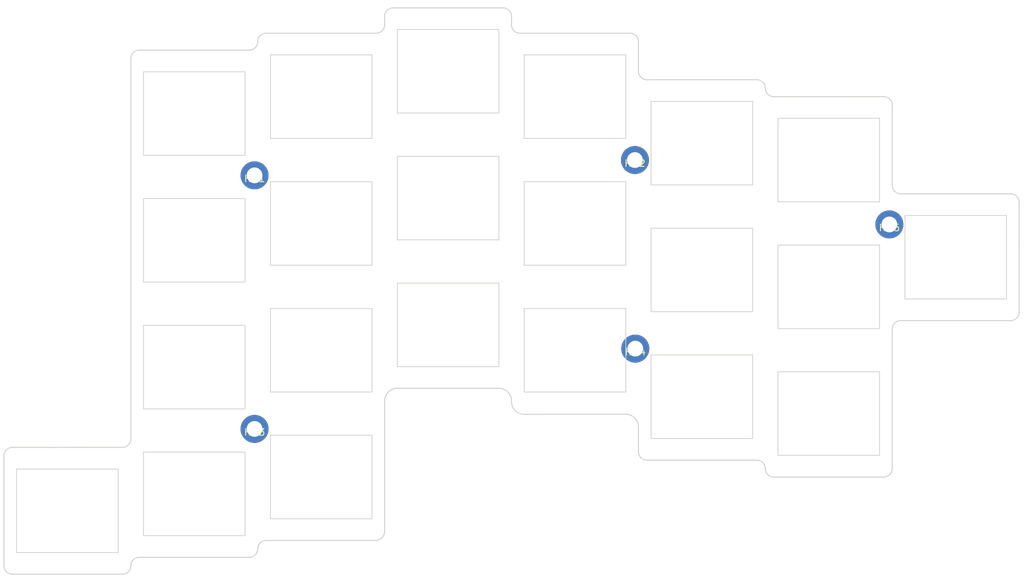
<source format=kicad_pcb>
(kicad_pcb (version 20211014) (generator pcbnew)
  (layers (0 "F.Cu" signal) (31 "B.Cu" signal) (34 "B.Paste" user) (35 "F.Paste" user) (36 "B.SilkS" user "B.Silkscreen") (37 "F.SilkS" user "F.Silkscreen") (38 "B.Mask" user) (39 "F.Mask" user) (44 "Edge.Cuts" user))
  (net 0 "")
  (net 1 "GND")
  (footprint "kbd:SW_Hole_ALPS_Plastic" (layer "F.Cu") (at 88.9 86.36)
    (fp_text reference "SW13" hide)
    (fp_text value "SW_PUSH" hide)
    (fp_line (start 7.625 -6.275) (end -7.625 -6.275) (layer "Edge.Cuts") (width 0.12))
    (fp_line (start 7.625 6.275) (end 7.625 -6.275) (layer "Edge.Cuts") (width 0.12))
    (fp_line (start -7.625 6.275) (end 7.625 6.275) (layer "Edge.Cuts") (width 0.12))
    (fp_line (start -7.625 -6.275) (end -7.625 6.275) (layer "Edge.Cuts") (width 0.12))
  )
  (footprint "kbd:SW_Hole_ALPS_Plastic" (layer "F.Cu") (at 165.1 76.2)
    (fp_text reference "SW22" hide)
    (fp_text value "SW_PUSH" hide)
    (fp_line (start -7.625 -6.275) (end -7.625 6.275) (layer "Edge.Cuts") (width 0.12))
    (fp_line (start 7.625 6.275) (end 7.625 -6.275) (layer "Edge.Cuts") (width 0.12))
    (fp_line (start -7.625 6.275) (end 7.625 6.275) (layer "Edge.Cuts") (width 0.12))
    (fp_line (start 7.625 -6.275) (end -7.625 -6.275) (layer "Edge.Cuts") (width 0.12))
  )
  (footprint "kbd:SW_Hole_ALPS_Plastic" (layer "F.Cu") (at 146.05 99.695)
    (fp_text reference "SW21" hide)
    (fp_text value "SW_PUSH" hide)
    (fp_line (start 7.625 -6.275) (end -7.625 -6.275) (layer "Edge.Cuts") (width 0.12))
    (fp_line (start -7.625 6.275) (end 7.625 6.275) (layer "Edge.Cuts") (width 0.12))
    (fp_line (start -7.625 -6.275) (end -7.625 6.275) (layer "Edge.Cuts") (width 0.12))
    (fp_line (start 7.625 6.275) (end 7.625 -6.275) (layer "Edge.Cuts") (width 0.12))
  )
  (footprint "kbd:SW_Hole_ALPS_Plastic" (layer "F.Cu") (at 146.05 80.645)
    (fp_text reference "SW20" hide)
    (fp_text value "SW_PUSH" hide)
    (fp_line (start -7.625 -6.275) (end -7.625 6.275) (layer "Edge.Cuts") (width 0.12))
    (fp_line (start -7.625 6.275) (end 7.625 6.275) (layer "Edge.Cuts") (width 0.12))
    (fp_line (start 7.625 -6.275) (end -7.625 -6.275) (layer "Edge.Cuts") (width 0.12))
    (fp_line (start 7.625 6.275) (end 7.625 -6.275) (layer "Edge.Cuts") (width 0.12))
  )
  (footprint "kbd:SW_Hole_ALPS_Plastic" (layer "F.Cu") (at 146.05 61.595)
    (fp_text reference "SW19" hide)
    (fp_text value "SW_PUSH" hide)
    (fp_line (start 7.625 -6.275) (end -7.625 -6.275) (layer "Edge.Cuts") (width 0.12))
    (fp_line (start -7.625 -6.275) (end -7.625 6.275) (layer "Edge.Cuts") (width 0.12))
    (fp_line (start -7.625 6.275) (end 7.625 6.275) (layer "Edge.Cuts") (width 0.12))
    (fp_line (start 7.625 6.275) (end 7.625 -6.275) (layer "Edge.Cuts") (width 0.12))
  )
  (footprint "kbd:SW_Hole_ALPS_Plastic" (layer "F.Cu") (at 31.75 114.295 180)
    (fp_text reference "SW18" hide)
    (fp_text value "SW_PUSH" hide)
    (fp_line (start 7.625 6.275) (end 7.625 -6.275) (layer "Edge.Cuts") (width 0.12))
    (fp_line (start -7.625 -6.275) (end -7.625 6.275) (layer "Edge.Cuts") (width 0.12))
    (fp_line (start -7.625 6.275) (end 7.625 6.275) (layer "Edge.Cuts") (width 0.12))
    (fp_line (start 7.625 -6.275) (end -7.625 -6.275) (layer "Edge.Cuts") (width 0.12))
  )
  (footprint "kbd:SW_Hole_ALPS_Plastic" (layer "F.Cu") (at 69.85 109.22 180)
    (fp_text reference "SW17" hide)
    (fp_text value "SW_PUSH" hide)
    (fp_line (start -7.625 -6.275) (end -7.625 6.275) (layer "Edge.Cuts") (width 0.12))
    (fp_line (start -7.625 6.275) (end 7.625 6.275) (layer "Edge.Cuts") (width 0.12))
    (fp_line (start 7.625 6.275) (end 7.625 -6.275) (layer "Edge.Cuts") (width 0.12))
    (fp_line (start 7.625 -6.275) (end -7.625 -6.275) (layer "Edge.Cuts") (width 0.12))
  )
  (footprint "kbd:SW_Hole_ALPS_Plastic" (layer "F.Cu") (at 50.8 111.76 180)
    (fp_text reference "SW16" hide)
    (fp_text value "SW_PUSH" hide)
    (fp_line (start -7.625 6.275) (end 7.625 6.275) (layer "Edge.Cuts") (width 0.12))
    (fp_line (start 7.625 -6.275) (end -7.625 -6.275) (layer "Edge.Cuts") (width 0.12))
    (fp_line (start -7.625 -6.275) (end -7.625 6.275) (layer "Edge.Cuts") (width 0.12))
    (fp_line (start 7.625 6.275) (end 7.625 -6.275) (layer "Edge.Cuts") (width 0.12))
  )
  (footprint "kbd:SW_Hole_ALPS_Plastic" (layer "F.Cu") (at 127 97.155)
    (fp_text reference "SW15" hide)
    (fp_text value "SW_PUSH" hide)
    (fp_line (start 7.625 -6.275) (end -7.625 -6.275) (layer "Edge.Cuts") (width 0.12))
    (fp_line (start -7.625 -6.275) (end -7.625 6.275) (layer "Edge.Cuts") (width 0.12))
    (fp_line (start 7.625 6.275) (end 7.625 -6.275) (layer "Edge.Cuts") (width 0.12))
    (fp_line (start -7.625 6.275) (end 7.625 6.275) (layer "Edge.Cuts") (width 0.12))
  )
  (footprint "kbd:SW_Hole_ALPS_Plastic" (layer "F.Cu") (at 107.95 90.17)
    (fp_text reference "SW14" hide)
    (fp_text value "SW_PUSH" hide)
    (fp_line (start -7.625 -6.275) (end -7.625 6.275) (layer "Edge.Cuts") (width 0.12))
    (fp_line (start 7.625 6.275) (end 7.625 -6.275) (layer "Edge.Cuts") (width 0.12))
    (fp_line (start -7.625 6.275) (end 7.625 6.275) (layer "Edge.Cuts") (width 0.12))
    (fp_line (start 7.625 -6.275) (end -7.625 -6.275) (layer "Edge.Cuts") (width 0.12))
  )
  (footprint "kbd:SW_Hole_ALPS_Plastic" (layer "F.Cu") (at 50.8 54.61)
    (fp_text reference "SW1" hide)
    (fp_text value "SW_PUSH" hide)
    (fp_line (start -7.625 -6.275) (end -7.625 6.275) (layer "Edge.Cuts") (width 0.12))
    (fp_line (start -7.625 6.275) (end 7.625 6.275) (layer "Edge.Cuts") (width 0.12))
    (fp_line (start 7.625 6.275) (end 7.625 -6.275) (layer "Edge.Cuts") (width 0.12))
    (fp_line (start 7.625 -6.275) (end -7.625 -6.275) (layer "Edge.Cuts") (width 0.12))
  )
  (footprint "kbd:SW_Hole_ALPS_Plastic" (layer "F.Cu") (at 69.85 90.17)
    (fp_text reference "SW12" hide)
    (fp_text value "SW_PUSH" hide)
    (fp_line (start 7.625 6.275) (end 7.625 -6.275) (layer "Edge.Cuts") (width 0.12))
    (fp_line (start -7.625 -6.275) (end -7.625 6.275) (layer "Edge.Cuts") (width 0.12))
    (fp_line (start -7.625 6.275) (end 7.625 6.275) (layer "Edge.Cuts") (width 0.12))
    (fp_line (start 7.625 -6.275) (end -7.625 -6.275) (layer "Edge.Cuts") (width 0.12))
  )
  (footprint "kbd:SW_Hole_ALPS_Plastic" (layer "F.Cu") (at 50.8 92.71 180)
    (fp_text reference "SW11" hide)
    (fp_text value "SW_PUSH" hide)
    (fp_line (start 7.625 -6.275) (end -7.625 -6.275) (layer "Edge.Cuts") (width 0.12))
    (fp_line (start -7.625 6.275) (end 7.625 6.275) (layer "Edge.Cuts") (width 0.12))
    (fp_line (start 7.625 6.275) (end 7.625 -6.275) (layer "Edge.Cuts") (width 0.12))
    (fp_line (start -7.625 -6.275) (end -7.625 6.275) (layer "Edge.Cuts") (width 0.12))
  )
  (footprint "kbd:SW_Hole_ALPS_Plastic" (layer "F.Cu") (at 127 78.105)
    (fp_text reference "SW10" hide)
    (fp_text value "SW_PUSH" hide)
    (fp_line (start -7.625 6.275) (end 7.625 6.275) (layer "Edge.Cuts") (width 0.12))
    (fp_line (start 7.625 6.275) (end 7.625 -6.275) (layer "Edge.Cuts") (width 0.12))
    (fp_line (start -7.625 -6.275) (end -7.625 6.275) (layer "Edge.Cuts") (width 0.12))
    (fp_line (start 7.625 -6.275) (end -7.625 -6.275) (layer "Edge.Cuts") (width 0.12))
  )
  (footprint "kbd:SW_Hole_ALPS_Plastic" (layer "F.Cu") (at 107.95 71.12)
    (fp_text reference "SW9" hide)
    (fp_text value "SW_PUSH" hide)
    (fp_line (start -7.625 6.275) (end 7.625 6.275) (layer "Edge.Cuts") (width 0.12))
    (fp_line (start 7.625 6.275) (end 7.625 -6.275) (layer "Edge.Cuts") (width 0.12))
    (fp_line (start 7.625 -6.275) (end -7.625 -6.275) (layer "Edge.Cuts") (width 0.12))
    (fp_line (start -7.625 -6.275) (end -7.625 6.275) (layer "Edge.Cuts") (width 0.12))
  )
  (footprint "kbd:SW_Hole_ALPS_Plastic" (layer "F.Cu") (at 88.9 67.31)
    (fp_text reference "SW8" hide)
    (fp_text value "SW_PUSH" hide)
    (fp_line (start 7.625 6.275) (end 7.625 -6.275) (layer "Edge.Cuts") (width 0.12))
    (fp_line (start -7.625 -6.275) (end -7.625 6.275) (layer "Edge.Cuts") (width 0.12))
    (fp_line (start 7.625 -6.275) (end -7.625 -6.275) (layer "Edge.Cuts") (width 0.12))
    (fp_line (start -7.625 6.275) (end 7.625 6.275) (layer "Edge.Cuts") (width 0.12))
  )
  (footprint "kbd:SW_Hole_ALPS_Plastic" (layer "F.Cu") (at 69.85 71.12)
    (fp_text reference "SW7" hide)
    (fp_text value "SW_PUSH" hide)
    (fp_line (start -7.625 -6.275) (end -7.625 6.275) (layer "Edge.Cuts") (width 0.12))
    (fp_line (start -7.625 6.275) (end 7.625 6.275) (layer "Edge.Cuts") (width 0.12))
    (fp_line (start 7.625 -6.275) (end -7.625 -6.275) (layer "Edge.Cuts") (width 0.12))
    (fp_line (start 7.625 6.275) (end 7.625 -6.275) (layer "Edge.Cuts") (width 0.12))
  )
  (footprint "kbd:SW_Hole_ALPS_Plastic" (layer "F.Cu") (at 50.8 73.66)
    (fp_text reference "SW6" hide)
    (fp_text value "SW_PUSH" hide)
    (fp_line (start 7.625 -6.275) (end -7.625 -6.275) (layer "Edge.Cuts") (width 0.12))
    (fp_line (start -7.625 -6.275) (end -7.625 6.275) (layer "Edge.Cuts") (width 0.12))
    (fp_line (start -7.625 6.275) (end 7.625 6.275) (layer "Edge.Cuts") (width 0.12))
    (fp_line (start 7.625 6.275) (end 7.625 -6.275) (layer "Edge.Cuts") (width 0.12))
  )
  (footprint "kbd:SW_Hole_ALPS_Plastic" (layer "F.Cu") (at 127 59.055)
    (fp_text reference "SW5" hide)
    (fp_text value "SW_PUSH" hide)
    (fp_line (start 7.625 -6.275) (end -7.625 -6.275) (layer "Edge.Cuts") (width 0.12))
    (fp_line (start -7.625 -6.275) (end -7.625 6.275) (layer "Edge.Cuts") (width 0.12))
    (fp_line (start 7.625 6.275) (end 7.625 -6.275) (layer "Edge.Cuts") (width 0.12))
    (fp_line (start -7.625 6.275) (end 7.625 6.275) (layer "Edge.Cuts") (width 0.12))
  )
  (footprint "kbd:SW_Hole_ALPS_Plastic" (layer "F.Cu") (at 107.95 52.07)
    (fp_text reference "SW4" hide)
    (fp_text value "SW_PUSH" hide)
    (fp_line (start 7.625 -6.275) (end -7.625 -6.275) (layer "Edge.Cuts") (width 0.12))
    (fp_line (start 7.625 6.275) (end 7.625 -6.275) (layer "Edge.Cuts") (width 0.12))
    (fp_line (start -7.625 6.275) (end 7.625 6.275) (layer "Edge.Cuts") (width 0.12))
    (fp_line (start -7.625 -6.275) (end -7.625 6.275) (layer "Edge.Cuts") (width 0.12))
  )
  (footprint "kbd:SW_Hole_ALPS_Plastic" (layer "F.Cu") (at 88.9 48.26)
    (fp_text reference "SW3" hide)
    (fp_text value "SW_PUSH" hide)
    (fp_line (start 7.625 6.275) (end 7.625 -6.275) (layer "Edge.Cuts") (width 0.12))
    (fp_line (start 7.625 -6.275) (end -7.625 -6.275) (layer "Edge.Cuts") (width 0.12))
    (fp_line (start -7.625 -6.275) (end -7.625 6.275) (layer "Edge.Cuts") (width 0.12))
    (fp_line (start -7.625 6.275) (end 7.625 6.275) (layer "Edge.Cuts") (width 0.12))
  )
  (footprint "kbd:SW_Hole_ALPS_Plastic" (layer "F.Cu") (at 69.85 52.07)
    (fp_text reference "SW2" hide)
    (fp_text value "SW_PUSH" hide)
    (fp_line (start -7.625 6.275) (end 7.625 6.275) (layer "Edge.Cuts") (width 0.12))
    (fp_line (start 7.625 -6.275) (end -7.625 -6.275) (layer "Edge.Cuts") (width 0.12))
    (fp_line (start 7.625 6.275) (end 7.625 -6.275) (layer "Edge.Cuts") (width 0.12))
    (fp_line (start -7.625 -6.275) (end -7.625 6.275) (layer "Edge.Cuts") (width 0.12))
  )
  (footprint "kbd:M2_Hole_TH_mod" (layer "F.Cu") (at 59.85 101.995)
    (fp_text reference "HM3" (at 0 0.5) (layer "F.SilkS"))
    (fp_text value "CaseHole")
    (fp_circle (center 0 0) (end 1.15 0) (layer "Edge.Cuts") (width 0.1) (fill none))
    (pad "" thru_hole circle (at 0 0) (size 4.2 4.2) (drill 2.3) (layers *.Cu *.Mask))
  )
  (footprint "kbd:M2_Hole_TH_mod" (layer "F.Cu") (at 155.145948 71.270959)
    (fp_text reference "HM5" (at 0 0.5) (layer "F.SilkS"))
    (fp_text value "CaseHole")
    (fp_circle (center 0 0) (end 1.15 0) (layer "Edge.Cuts") (width 0.1) (fill none))
    (pad "" thru_hole circle (at 0 0) (size 4.2 4.2) (drill 2.3) (layers *.Cu *.Mask))
  )
  (footprint "kbd:M2_Hole_TH_mod" (layer "F.Cu") (at 116.95 61.595)
    (fp_text reference "HM2" (at 0 0.5) (layer "F.SilkS"))
    (fp_text value "CaseHole")
    (fp_circle (center 0 0) (end 1.15 0) (layer "Edge.Cuts") (width 0.1) (fill none))
    (pad "" thru_hole circle (at 0 0) (size 4.2 4.2) (drill 2.3) (layers *.Cu *.Mask))
  )
  (footprint "kbd:M2_Hole_TH_mod" (layer "F.Cu") (at 117 89.93)
    (fp_text reference "HM4" (at 0 0.5) (layer "F.SilkS"))
    (fp_text value "CaseHole")
    (fp_circle (center 0 0) (end 1.15 0) (layer "Edge.Cuts") (width 0.1) (fill none))
    (pad "" thru_hole circle (at 0 0) (size 4.2 4.2) (drill 2.3) (layers *.Cu *.Mask))
  )
  (footprint "kbd:M2_Hole_TH_mod" (layer "F.Cu") (at 59.85 63.895)
    (fp_text reference "HM1" (at 0 0.5) (layer "F.SilkS"))
    (fp_text value "CaseHole")
    (fp_circle (center 0 0) (end 1.15 0) (layer "Edge.Cuts") (width 0.1) (fill none))
    (pad "" thru_hole circle (at 0 0) (size 4.2 4.2) (drill 2.3) (layers *.Cu *.Mask))
  )
  (gr_arc (start 97.155 38.735) (mid 98.053026 39.106974) (end 98.425 40.005) (layer "Edge.Cuts") (width 0.15))
  (gr_arc (start 99.695 42.545) (mid 98.796974 42.173026) (end 98.425 41.275) (layer "Edge.Cuts") (width 0.15))
  (gr_arc (start 116.205 42.545) (mid 117.103026 42.916974) (end 117.475 43.815) (layer "Edge.Cuts") (width 0.15))
  (gr_arc (start 118.745 49.53) (mid 117.846974 49.158026) (end 117.475 48.26) (layer "Edge.Cuts") (width 0.15))
  (gr_arc (start 118.745 106.68) (mid 117.846974 106.308026) (end 117.475 105.41) (layer "Edge.Cuts") (width 0.15))
  (gr_arc (start 174.625 84.455) (mid 174.253026 85.353026) (end 173.355 85.725) (layer "Edge.Cuts") (width 0.15))
  (gr_arc (start 173.355 66.675) (mid 174.253026 67.046974) (end 174.625 67.945) (layer "Edge.Cuts") (width 0.15))
  (gr_arc (start 79.375 117.365) (mid 79.0378 118.27477) (end 78.189113 118.745) (layer "Edge.Cuts") (width 0.15))
  (gr_arc (start 154.305 52.07) (mid 155.203026 52.441974) (end 155.575 53.34) (layer "Edge.Cuts") (width 0.15))
  (gr_arc (start 41.275 122.55) (mid 40.903026 123.448026) (end 40.005 123.82) (layer "Edge.Cuts") (width 0.15))
  (gr_arc (start 155.575 107.95) (mid 155.203026 108.848026) (end 154.305 109.22) (layer "Edge.Cuts") (width 0.15))
  (gr_arc (start 137.795 109.22) (mid 136.896974 108.848026) (end 136.525 107.95) (layer "Edge.Cuts") (width 0.15))
  (gr_arc (start 60.325 120.015) (mid 59.953026 120.913026) (end 59.055 121.285) (layer "Edge.Cuts") (width 0.15))
  (gr_arc (start 60.325 120.015) (mid 60.696974 119.116974) (end 61.595 118.745) (layer "Edge.Cuts") (width 0.15))
  (gr_arc (start 79.375 40.005) (mid 79.746974 39.106974) (end 80.645 38.735) (layer "Edge.Cuts") (width 0.15))
  (gr_arc (start 22.225 106.04) (mid 22.596974 105.141974) (end 23.495 104.77) (layer "Edge.Cuts") (width 0.15))
  (gr_arc (start 100.332038 99.797962) (mid 98.985 99.24) (end 98.427038 97.892962) (layer "Edge.Cuts") (width 0.15))
  (gr_arc (start 79.375 41.275) (mid 79.003026 42.173026) (end 78.105 42.545) (layer "Edge.Cuts") (width 0.15))
  (gr_line (start 120.015 106.68) (end 118.745 106.68) (layer "Edge.Cuts") (width 0.15))
  (gr_line (start 96.522038 95.885) (end 81.28 95.885) (layer "Edge.Cuts") (width 0.15))
  (gr_line (start 78.189113 118.745) (end 74.765 118.745) (layer "Edge.Cuts") (width 0.15))
  (gr_line (start 41.275 103.5) (end 41.275 87.695) (layer "Edge.Cuts") (width 0.15))
  (gr_line (start 155.575 86.995) (end 155.575 107.95) (layer "Edge.Cuts") (width 0.15))
  (gr_line (start 98.427038 97.79) (end 98.427038 97.892962) (layer "Edge.Cuts") (width 0.15))
  (gr_line (start 41.275 78.645) (end 41.275 46.355) (layer "Edge.Cuts") (width 0.15))
  (gr_line (start 22.225 106.04) (end 22.225 112.225) (layer "Edge.Cuts") (width 0.15))
  (gr_line (start 117.475 105.41) (end 117.475 101.7) (layer "Edge.Cuts") (width 0.15))
  (gr_arc (start 96.522038 95.885) (mid 97.869076 96.442962) (end 98.427038 97.79) (layer "Edge.Cuts") (width 0.15))
  (gr_line (start 29.845 104.77) (end 23.495 104.77) (layer "Edge.Cuts") (width 0.15))
  (gr_arc (start 23.495 123.82) (mid 22.596974 123.448026) (end 22.225 122.55) (layer "Edge.Cuts") (width 0.15))
  (gr_line (start 29.845 104.77) (end 33.655 104.77) (layer "Edge.Cuts") (width 0.15))
  (gr_line (start 115.57 99.795) (end 105.41 99.795) (layer "Edge.Cuts") (width 0.15))
  (gr_arc (start 79.375 97.79) (mid 79.932962 96.442962) (end 81.28 95.885) (layer "Edge.Cuts") (width 0.15))
  (gr_line (start 99.695 42.545) (end 116.205 42.545) (layer "Edge.Cuts") (width 0.15))
  (gr_line (start 74.765 118.745) (end 70.965 118.745) (layer "Edge.Cuts") (width 0.15))
  (gr_line (start 156.845 85.725) (end 173.355 85.725) (layer "Edge.Cuts") (width 0.15))
  (gr_line (start 147.955 52.07) (end 154.305 52.07) (layer "Edge.Cuts") (width 0.15))
  (gr_line (start 41.275 87.695) (end 41.275 78.645) (layer "Edge.Cuts") (width 0.15))
  (gr_line (start 59.055 121.285) (end 42.545 121.28) (layer "Edge.Cuts") (width 0.15))
  (gr_line (start 105.41 99.795) (end 100.332038 99.797962) (layer "Edge.Cuts") (width 0.15))
  (gr_line (start 79.375 40.005) (end 79.375 41.275) (layer "Edge.Cuts") (width 0.15))
  (gr_line (start 59.055 45.085) (end 42.545 45.085) (layer "Edge.Cuts") (width 0.15))
  (gr_line (start 154.305 109.22) (end 137.795 109.22) (layer "Edge.Cuts") (width 0.15))
  (gr_arc (start 41.275 103.5) (mid 40.903026 104.398026) (end 40.005 104.77) (layer "Edge.Cuts") (width 0.15))
  (gr_line (start 174.625 67.945) (end 174.625 74.295) (layer "Edge.Cuts") (width 0.15))
  (gr_arc (start 156.845 66.674974) (mid 155.946974 66.303) (end 155.575 65.404974) (layer "Edge.Cuts") (width 0.15))
  (gr_line (start 97.155 38.735) (end 80.645 38.735) (layer "Edge.Cuts") (width 0.15))
  (gr_line (start 79.375 97.79) (end 79.375 117.365) (layer "Edge.Cuts") (width 0.15))
  (gr_arc (start 135.255 106.68) (mid 136.153026 107.051974) (end 136.525 107.95) (layer "Edge.Cuts") (width 0.15))
  (gr_arc (start 115.57 99.795) (mid 116.917038 100.352962) (end 117.475 101.7) (layer "Edge.Cuts") (width 0.15))
  (gr_arc (start 135.255 49.53) (mid 136.153026 49.901974) (end 136.525 50.8) (layer "Edge.Cuts") (width 0.15))
  (gr_line (start 117.475 43.815) (end 117.475 48.26) (layer "Edge.Cuts") (width 0.15))
  (gr_line (start 33.655 104.77) (end 40.005 104.77) (layer "Edge.Cuts") (width 0.15))
  (gr_line (start 174.625 84.455) (end 174.625 74.295) (layer "Edge.Cuts") (width 0.15))
  (gr_line (start 22.225 116.025) (end 22.225 122.55) (layer "Edge.Cuts") (width 0.15))
  (gr_arc (start 41.275 122.55) (mid 41.646974 121.651974) (end 42.545 121.28) (layer "Edge.Cuts") (width 0.15))
  (gr_line (start 155.575 53.34) (end 155.575 65.404974) (layer "Edge.Cuts") (width 0.15))
  (gr_arc (start 60.325 43.815) (mid 60.696974 42.916974) (end 61.595 42.545) (layer "Edge.Cuts") (width 0.15))
  (gr_line (start 144.145 52.07) (end 137.795 52.07) (layer "Edge.Cuts") (width 0.15))
  (gr_line (start 70.965 118.745) (end 61.595 118.745) (layer "Edge.Cuts") (width 0.15))
  (gr_line (start 22.225 116.025) (end 22.225 112.225) (layer "Edge.Cuts") (width 0.15))
  (gr_line (start 23.495 123.82) (end 40.005 123.82) (layer "Edge.Cuts") (width 0.15))
  (gr_line (start 156.845 66.674974) (end 173.355 66.675) (layer "Edge.Cuts") (width 0.15))
  (gr_line (start 135.255 106.68) (end 120.015 106.68) (layer "Edge.Cuts") (width 0.15))
  (gr_line (start 118.745 49.53) (end 135.255 49.53) (layer "Edge.Cuts") (width 0.15))
  (gr_arc (start 137.795 52.07) (mid 136.896974 51.698026) (end 136.525 50.8) (layer "Edge.Cuts") (width 0.15))
  (gr_arc (start 155.575 86.995) (mid 155.946974 86.096974) (end 156.845 85.725) (layer "Edge.Cuts") (width 0.15))
  (gr_line (start 78.105 42.545) (end 61.595 42.545) (layer "Edge.Cuts") (width 0.15))
  (gr_line (start 98.425 40.005) (end 98.425 41.275) (layer "Edge.Cuts") (width 0.15))
  (gr_arc (start 60.325 43.815) (mid 59.953026 44.713026) (end 59.055 45.085) (layer "Edge.Cuts") (width 0.15))
  (gr_arc (start 41.275 46.355) (mid 41.646974 45.456974) (end 42.545 45.085) (layer "Edge.Cuts") (width 0.15))
  (gr_line (start 144.145 52.07) (end 147.955 52.07) (layer "Edge.Cuts") (width 0.15))
)
</source>
